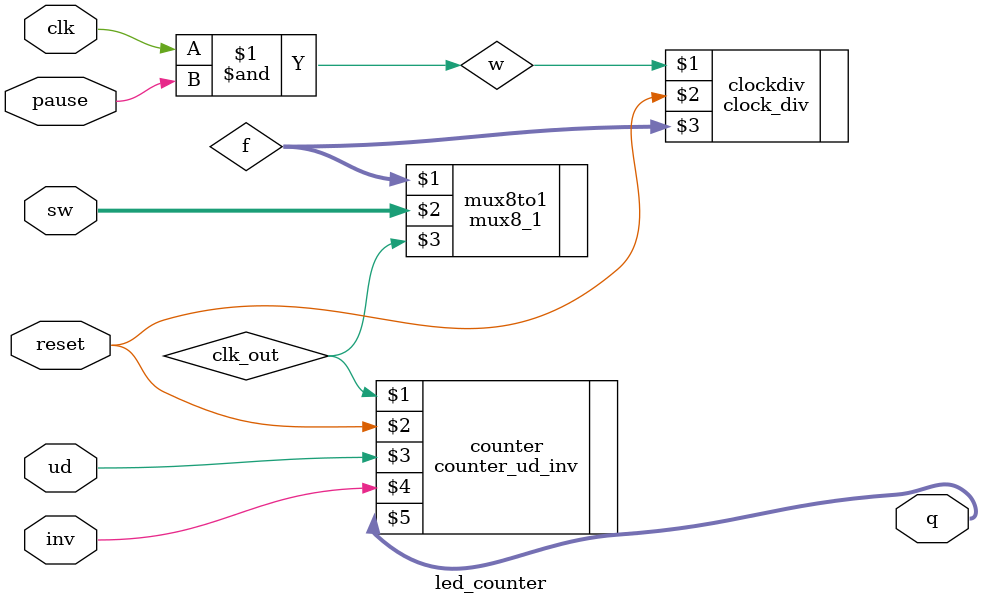
<source format=v>
`timescale 1ns / 1ps
module led_counter(
	input clk, reset, ud, pause, inv,
	input [2:0] sw,
	output [7:0] q
    );
	 wire [7:0] f;
	 wire clk_out, w;
assign w = clk & pause;		
clock_div clockdiv (w, reset, f);
mux8_1 mux8to1 (f, sw, clk_out);
counter_ud_inv counter (clk_out, reset, ud, inv, q);

endmodule

</source>
